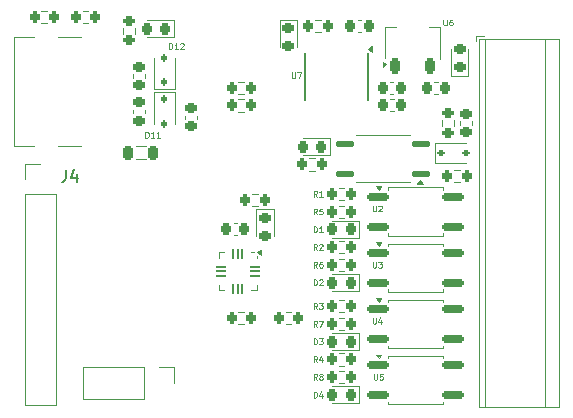
<source format=gbr>
%TF.GenerationSoftware,KiCad,Pcbnew,8.0.5*%
%TF.CreationDate,2024-10-20T23:26:53-04:00*%
%TF.ProjectId,Sequencer,53657175-656e-4636-9572-2e6b69636164,rev?*%
%TF.SameCoordinates,Original*%
%TF.FileFunction,Legend,Top*%
%TF.FilePolarity,Positive*%
%FSLAX46Y46*%
G04 Gerber Fmt 4.6, Leading zero omitted, Abs format (unit mm)*
G04 Created by KiCad (PCBNEW 8.0.5) date 2024-10-20 23:26:53*
%MOMM*%
%LPD*%
G01*
G04 APERTURE LIST*
G04 Aperture macros list*
%AMRoundRect*
0 Rectangle with rounded corners*
0 $1 Rounding radius*
0 $2 $3 $4 $5 $6 $7 $8 $9 X,Y pos of 4 corners*
0 Add a 4 corners polygon primitive as box body*
4,1,4,$2,$3,$4,$5,$6,$7,$8,$9,$2,$3,0*
0 Add four circle primitives for the rounded corners*
1,1,$1+$1,$2,$3*
1,1,$1+$1,$4,$5*
1,1,$1+$1,$6,$7*
1,1,$1+$1,$8,$9*
0 Add four rect primitives between the rounded corners*
20,1,$1+$1,$2,$3,$4,$5,0*
20,1,$1+$1,$4,$5,$6,$7,0*
20,1,$1+$1,$6,$7,$8,$9,0*
20,1,$1+$1,$8,$9,$2,$3,0*%
%AMFreePoly0*
4,1,14,0.334644,0.085355,0.385355,0.034644,0.400000,-0.000711,0.400000,-0.050000,0.385355,-0.085355,0.350000,-0.100000,-0.350000,-0.100000,-0.385355,-0.085355,-0.400000,-0.050000,-0.400000,0.050000,-0.385355,0.085355,-0.350000,0.100000,0.299289,0.100000,0.334644,0.085355,0.334644,0.085355,$1*%
%AMFreePoly1*
4,1,14,0.385355,0.085355,0.400000,0.050000,0.400000,0.000711,0.385355,-0.034644,0.334644,-0.085355,0.299289,-0.100000,-0.350000,-0.100000,-0.385355,-0.085355,-0.400000,-0.050000,-0.400000,0.050000,-0.385355,0.085355,-0.350000,0.100000,0.350000,0.100000,0.385355,0.085355,0.385355,0.085355,$1*%
%AMFreePoly2*
4,1,14,0.085355,0.385355,0.100000,0.350000,0.100000,-0.350000,0.085355,-0.385355,0.050000,-0.400000,-0.050000,-0.400000,-0.085355,-0.385355,-0.100000,-0.350000,-0.100000,0.299289,-0.085355,0.334644,-0.034644,0.385355,0.000711,0.400000,0.050000,0.400000,0.085355,0.385355,0.085355,0.385355,$1*%
%AMFreePoly3*
4,1,14,0.034644,0.385355,0.085355,0.334644,0.100000,0.299289,0.100000,-0.350000,0.085355,-0.385355,0.050000,-0.400000,-0.050000,-0.400000,-0.085355,-0.385355,-0.100000,-0.350000,-0.100000,0.350000,-0.085355,0.385355,-0.050000,0.400000,-0.000711,0.400000,0.034644,0.385355,0.034644,0.385355,$1*%
%AMFreePoly4*
4,1,14,0.385355,0.085355,0.400000,0.050000,0.400000,-0.050000,0.385355,-0.085355,0.350000,-0.100000,-0.299289,-0.100000,-0.334644,-0.085355,-0.385355,-0.034644,-0.400000,0.000711,-0.400000,0.050000,-0.385355,0.085355,-0.350000,0.100000,0.350000,0.100000,0.385355,0.085355,0.385355,0.085355,$1*%
%AMFreePoly5*
4,1,14,0.385355,0.085355,0.400000,0.050000,0.400000,-0.050000,0.385355,-0.085355,0.350000,-0.100000,-0.350000,-0.100000,-0.385355,-0.085355,-0.400000,-0.050000,-0.400000,-0.000711,-0.385355,0.034644,-0.334644,0.085355,-0.299289,0.100000,0.350000,0.100000,0.385355,0.085355,0.385355,0.085355,$1*%
%AMFreePoly6*
4,1,14,0.085355,0.385355,0.100000,0.350000,0.100000,-0.299289,0.085355,-0.334644,0.034644,-0.385355,-0.000711,-0.400000,-0.050000,-0.400000,-0.085355,-0.385355,-0.100000,-0.350000,-0.100000,0.350000,-0.085355,0.385355,-0.050000,0.400000,0.050000,0.400000,0.085355,0.385355,0.085355,0.385355,$1*%
%AMFreePoly7*
4,1,14,0.085355,0.385355,0.100000,0.350000,0.100000,-0.350000,0.085355,-0.385355,0.050000,-0.400000,0.000711,-0.400000,-0.034644,-0.385355,-0.085355,-0.334644,-0.100000,-0.299289,-0.100000,0.350000,-0.085355,0.385355,-0.050000,0.400000,0.050000,0.400000,0.085355,0.385355,0.085355,0.385355,$1*%
%AMFreePoly8*
4,1,9,3.862500,-0.866500,0.737500,-0.866500,0.737500,-0.450000,-0.737500,-0.450000,-0.737500,0.450000,0.737500,0.450000,0.737500,0.866500,3.862500,0.866500,3.862500,-0.866500,3.862500,-0.866500,$1*%
G04 Aperture macros list end*
%ADD10C,0.100000*%
%ADD11C,0.070000*%
%ADD12C,0.150000*%
%ADD13C,0.120000*%
%ADD14RoundRect,0.218750X-0.256250X0.218750X-0.256250X-0.218750X0.256250X-0.218750X0.256250X0.218750X0*%
%ADD15RoundRect,0.225000X-0.225000X-0.250000X0.225000X-0.250000X0.225000X0.250000X-0.225000X0.250000X0*%
%ADD16RoundRect,0.225000X0.225000X0.250000X-0.225000X0.250000X-0.225000X-0.250000X0.225000X-0.250000X0*%
%ADD17RoundRect,0.150000X-0.750000X-0.150000X0.750000X-0.150000X0.750000X0.150000X-0.750000X0.150000X0*%
%ADD18C,0.650000*%
%ADD19R,1.240000X0.600000*%
%ADD20R,1.240000X0.300000*%
%ADD21O,2.100000X1.000000*%
%ADD22O,1.800000X1.000000*%
%ADD23FreePoly0,270.000000*%
%ADD24RoundRect,0.050000X-0.050000X0.350000X-0.050000X-0.350000X0.050000X-0.350000X0.050000X0.350000X0*%
%ADD25FreePoly1,270.000000*%
%ADD26FreePoly2,270.000000*%
%ADD27RoundRect,0.050000X-0.350000X0.050000X-0.350000X-0.050000X0.350000X-0.050000X0.350000X0.050000X0*%
%ADD28FreePoly3,270.000000*%
%ADD29FreePoly4,270.000000*%
%ADD30FreePoly5,270.000000*%
%ADD31FreePoly6,270.000000*%
%ADD32FreePoly7,270.000000*%
%ADD33R,1.700000X1.700000*%
%ADD34RoundRect,0.200000X0.200000X0.275000X-0.200000X0.275000X-0.200000X-0.275000X0.200000X-0.275000X0*%
%ADD35RoundRect,0.200000X-0.200000X-0.275000X0.200000X-0.275000X0.200000X0.275000X-0.200000X0.275000X0*%
%ADD36RoundRect,0.137500X0.662500X0.137500X-0.662500X0.137500X-0.662500X-0.137500X0.662500X-0.137500X0*%
%ADD37RoundRect,0.225000X0.250000X-0.225000X0.250000X0.225000X-0.250000X0.225000X-0.250000X-0.225000X0*%
%ADD38RoundRect,0.112500X-0.112500X0.187500X-0.112500X-0.187500X0.112500X-0.187500X0.112500X0.187500X0*%
%ADD39RoundRect,0.218750X0.218750X0.256250X-0.218750X0.256250X-0.218750X-0.256250X0.218750X-0.256250X0*%
%ADD40RoundRect,0.218750X-0.218750X-0.381250X0.218750X-0.381250X0.218750X0.381250X-0.218750X0.381250X0*%
%ADD41RoundRect,0.225000X0.225000X-0.425000X0.225000X0.425000X-0.225000X0.425000X-0.225000X-0.425000X0*%
%ADD42FreePoly8,90.000000*%
%ADD43R,0.400000X1.200000*%
%ADD44RoundRect,0.200000X-0.275000X0.200000X-0.275000X-0.200000X0.275000X-0.200000X0.275000X0.200000X0*%
%ADD45O,1.700000X1.700000*%
%ADD46RoundRect,0.225000X-0.250000X0.225000X-0.250000X-0.225000X0.250000X-0.225000X0.250000X0.225000X0*%
%ADD47RoundRect,0.112500X-0.187500X-0.112500X0.187500X-0.112500X0.187500X0.112500X-0.187500X0.112500X0*%
%ADD48RoundRect,0.112500X0.112500X-0.187500X0.112500X0.187500X-0.112500X0.187500X-0.112500X-0.187500X0*%
%ADD49RoundRect,0.218750X0.256250X-0.218750X0.256250X0.218750X-0.256250X0.218750X-0.256250X-0.218750X0*%
%ADD50C,2.100000*%
%ADD51R,2.100000X2.100000*%
%ADD52C,0.600000*%
%ADD53C,5.560000*%
G04 APERTURE END LIST*
D10*
X163119047Y-75976109D02*
X163119047Y-76380871D01*
X163119047Y-76380871D02*
X163142857Y-76428490D01*
X163142857Y-76428490D02*
X163166666Y-76452300D01*
X163166666Y-76452300D02*
X163214285Y-76476109D01*
X163214285Y-76476109D02*
X163309523Y-76476109D01*
X163309523Y-76476109D02*
X163357142Y-76452300D01*
X163357142Y-76452300D02*
X163380952Y-76428490D01*
X163380952Y-76428490D02*
X163404761Y-76380871D01*
X163404761Y-76380871D02*
X163404761Y-75976109D01*
X163857143Y-76142776D02*
X163857143Y-76476109D01*
X163738095Y-75952300D02*
X163619048Y-76309442D01*
X163619048Y-76309442D02*
X163928571Y-76309442D01*
X163214047Y-80726109D02*
X163214047Y-81130871D01*
X163214047Y-81130871D02*
X163237857Y-81178490D01*
X163237857Y-81178490D02*
X163261666Y-81202300D01*
X163261666Y-81202300D02*
X163309285Y-81226109D01*
X163309285Y-81226109D02*
X163404523Y-81226109D01*
X163404523Y-81226109D02*
X163452142Y-81202300D01*
X163452142Y-81202300D02*
X163475952Y-81178490D01*
X163475952Y-81178490D02*
X163499761Y-81130871D01*
X163499761Y-81130871D02*
X163499761Y-80726109D01*
X163975952Y-80726109D02*
X163737857Y-80726109D01*
X163737857Y-80726109D02*
X163714048Y-80964204D01*
X163714048Y-80964204D02*
X163737857Y-80940395D01*
X163737857Y-80940395D02*
X163785476Y-80916585D01*
X163785476Y-80916585D02*
X163904524Y-80916585D01*
X163904524Y-80916585D02*
X163952143Y-80940395D01*
X163952143Y-80940395D02*
X163975952Y-80964204D01*
X163975952Y-80964204D02*
X163999762Y-81011823D01*
X163999762Y-81011823D02*
X163999762Y-81130871D01*
X163999762Y-81130871D02*
X163975952Y-81178490D01*
X163975952Y-81178490D02*
X163952143Y-81202300D01*
X163952143Y-81202300D02*
X163904524Y-81226109D01*
X163904524Y-81226109D02*
X163785476Y-81226109D01*
X163785476Y-81226109D02*
X163737857Y-81202300D01*
X163737857Y-81202300D02*
X163714048Y-81178490D01*
D11*
X158416666Y-71727669D02*
X158250000Y-71489574D01*
X158130952Y-71727669D02*
X158130952Y-71227669D01*
X158130952Y-71227669D02*
X158321428Y-71227669D01*
X158321428Y-71227669D02*
X158369047Y-71251479D01*
X158369047Y-71251479D02*
X158392857Y-71275288D01*
X158392857Y-71275288D02*
X158416666Y-71322907D01*
X158416666Y-71322907D02*
X158416666Y-71394336D01*
X158416666Y-71394336D02*
X158392857Y-71441955D01*
X158392857Y-71441955D02*
X158369047Y-71465764D01*
X158369047Y-71465764D02*
X158321428Y-71489574D01*
X158321428Y-71489574D02*
X158130952Y-71489574D01*
X158845238Y-71227669D02*
X158750000Y-71227669D01*
X158750000Y-71227669D02*
X158702381Y-71251479D01*
X158702381Y-71251479D02*
X158678571Y-71275288D01*
X158678571Y-71275288D02*
X158630952Y-71346717D01*
X158630952Y-71346717D02*
X158607143Y-71441955D01*
X158607143Y-71441955D02*
X158607143Y-71632431D01*
X158607143Y-71632431D02*
X158630952Y-71680050D01*
X158630952Y-71680050D02*
X158654762Y-71703860D01*
X158654762Y-71703860D02*
X158702381Y-71727669D01*
X158702381Y-71727669D02*
X158797619Y-71727669D01*
X158797619Y-71727669D02*
X158845238Y-71703860D01*
X158845238Y-71703860D02*
X158869047Y-71680050D01*
X158869047Y-71680050D02*
X158892857Y-71632431D01*
X158892857Y-71632431D02*
X158892857Y-71513383D01*
X158892857Y-71513383D02*
X158869047Y-71465764D01*
X158869047Y-71465764D02*
X158845238Y-71441955D01*
X158845238Y-71441955D02*
X158797619Y-71418145D01*
X158797619Y-71418145D02*
X158702381Y-71418145D01*
X158702381Y-71418145D02*
X158654762Y-71441955D01*
X158654762Y-71441955D02*
X158630952Y-71465764D01*
X158630952Y-71465764D02*
X158607143Y-71513383D01*
X143892857Y-60727669D02*
X143892857Y-60227669D01*
X143892857Y-60227669D02*
X144011905Y-60227669D01*
X144011905Y-60227669D02*
X144083333Y-60251479D01*
X144083333Y-60251479D02*
X144130952Y-60299098D01*
X144130952Y-60299098D02*
X144154762Y-60346717D01*
X144154762Y-60346717D02*
X144178571Y-60441955D01*
X144178571Y-60441955D02*
X144178571Y-60513383D01*
X144178571Y-60513383D02*
X144154762Y-60608621D01*
X144154762Y-60608621D02*
X144130952Y-60656240D01*
X144130952Y-60656240D02*
X144083333Y-60703860D01*
X144083333Y-60703860D02*
X144011905Y-60727669D01*
X144011905Y-60727669D02*
X143892857Y-60727669D01*
X144654762Y-60727669D02*
X144369048Y-60727669D01*
X144511905Y-60727669D02*
X144511905Y-60227669D01*
X144511905Y-60227669D02*
X144464286Y-60299098D01*
X144464286Y-60299098D02*
X144416667Y-60346717D01*
X144416667Y-60346717D02*
X144369048Y-60370526D01*
X145130952Y-60727669D02*
X144845238Y-60727669D01*
X144988095Y-60727669D02*
X144988095Y-60227669D01*
X144988095Y-60227669D02*
X144940476Y-60299098D01*
X144940476Y-60299098D02*
X144892857Y-60346717D01*
X144892857Y-60346717D02*
X144845238Y-60370526D01*
X158130952Y-78227669D02*
X158130952Y-77727669D01*
X158130952Y-77727669D02*
X158250000Y-77727669D01*
X158250000Y-77727669D02*
X158321428Y-77751479D01*
X158321428Y-77751479D02*
X158369047Y-77799098D01*
X158369047Y-77799098D02*
X158392857Y-77846717D01*
X158392857Y-77846717D02*
X158416666Y-77941955D01*
X158416666Y-77941955D02*
X158416666Y-78013383D01*
X158416666Y-78013383D02*
X158392857Y-78108621D01*
X158392857Y-78108621D02*
X158369047Y-78156240D01*
X158369047Y-78156240D02*
X158321428Y-78203860D01*
X158321428Y-78203860D02*
X158250000Y-78227669D01*
X158250000Y-78227669D02*
X158130952Y-78227669D01*
X158583333Y-77727669D02*
X158892857Y-77727669D01*
X158892857Y-77727669D02*
X158726190Y-77918145D01*
X158726190Y-77918145D02*
X158797619Y-77918145D01*
X158797619Y-77918145D02*
X158845238Y-77941955D01*
X158845238Y-77941955D02*
X158869047Y-77965764D01*
X158869047Y-77965764D02*
X158892857Y-78013383D01*
X158892857Y-78013383D02*
X158892857Y-78132431D01*
X158892857Y-78132431D02*
X158869047Y-78180050D01*
X158869047Y-78180050D02*
X158845238Y-78203860D01*
X158845238Y-78203860D02*
X158797619Y-78227669D01*
X158797619Y-78227669D02*
X158654762Y-78227669D01*
X158654762Y-78227669D02*
X158607143Y-78203860D01*
X158607143Y-78203860D02*
X158583333Y-78180050D01*
X158416666Y-65727669D02*
X158250000Y-65489574D01*
X158130952Y-65727669D02*
X158130952Y-65227669D01*
X158130952Y-65227669D02*
X158321428Y-65227669D01*
X158321428Y-65227669D02*
X158369047Y-65251479D01*
X158369047Y-65251479D02*
X158392857Y-65275288D01*
X158392857Y-65275288D02*
X158416666Y-65322907D01*
X158416666Y-65322907D02*
X158416666Y-65394336D01*
X158416666Y-65394336D02*
X158392857Y-65441955D01*
X158392857Y-65441955D02*
X158369047Y-65465764D01*
X158369047Y-65465764D02*
X158321428Y-65489574D01*
X158321428Y-65489574D02*
X158130952Y-65489574D01*
X158892857Y-65727669D02*
X158607143Y-65727669D01*
X158750000Y-65727669D02*
X158750000Y-65227669D01*
X158750000Y-65227669D02*
X158702381Y-65299098D01*
X158702381Y-65299098D02*
X158654762Y-65346717D01*
X158654762Y-65346717D02*
X158607143Y-65370526D01*
X169119047Y-50727669D02*
X169119047Y-51132431D01*
X169119047Y-51132431D02*
X169142857Y-51180050D01*
X169142857Y-51180050D02*
X169166666Y-51203860D01*
X169166666Y-51203860D02*
X169214285Y-51227669D01*
X169214285Y-51227669D02*
X169309523Y-51227669D01*
X169309523Y-51227669D02*
X169357142Y-51203860D01*
X169357142Y-51203860D02*
X169380952Y-51180050D01*
X169380952Y-51180050D02*
X169404761Y-51132431D01*
X169404761Y-51132431D02*
X169404761Y-50727669D01*
X169857143Y-50727669D02*
X169761905Y-50727669D01*
X169761905Y-50727669D02*
X169714286Y-50751479D01*
X169714286Y-50751479D02*
X169690476Y-50775288D01*
X169690476Y-50775288D02*
X169642857Y-50846717D01*
X169642857Y-50846717D02*
X169619048Y-50941955D01*
X169619048Y-50941955D02*
X169619048Y-51132431D01*
X169619048Y-51132431D02*
X169642857Y-51180050D01*
X169642857Y-51180050D02*
X169666667Y-51203860D01*
X169666667Y-51203860D02*
X169714286Y-51227669D01*
X169714286Y-51227669D02*
X169809524Y-51227669D01*
X169809524Y-51227669D02*
X169857143Y-51203860D01*
X169857143Y-51203860D02*
X169880952Y-51180050D01*
X169880952Y-51180050D02*
X169904762Y-51132431D01*
X169904762Y-51132431D02*
X169904762Y-51013383D01*
X169904762Y-51013383D02*
X169880952Y-50965764D01*
X169880952Y-50965764D02*
X169857143Y-50941955D01*
X169857143Y-50941955D02*
X169809524Y-50918145D01*
X169809524Y-50918145D02*
X169714286Y-50918145D01*
X169714286Y-50918145D02*
X169666667Y-50941955D01*
X169666667Y-50941955D02*
X169642857Y-50965764D01*
X169642857Y-50965764D02*
X169619048Y-51013383D01*
X158416666Y-81227669D02*
X158250000Y-80989574D01*
X158130952Y-81227669D02*
X158130952Y-80727669D01*
X158130952Y-80727669D02*
X158321428Y-80727669D01*
X158321428Y-80727669D02*
X158369047Y-80751479D01*
X158369047Y-80751479D02*
X158392857Y-80775288D01*
X158392857Y-80775288D02*
X158416666Y-80822907D01*
X158416666Y-80822907D02*
X158416666Y-80894336D01*
X158416666Y-80894336D02*
X158392857Y-80941955D01*
X158392857Y-80941955D02*
X158369047Y-80965764D01*
X158369047Y-80965764D02*
X158321428Y-80989574D01*
X158321428Y-80989574D02*
X158130952Y-80989574D01*
X158702381Y-80941955D02*
X158654762Y-80918145D01*
X158654762Y-80918145D02*
X158630952Y-80894336D01*
X158630952Y-80894336D02*
X158607143Y-80846717D01*
X158607143Y-80846717D02*
X158607143Y-80822907D01*
X158607143Y-80822907D02*
X158630952Y-80775288D01*
X158630952Y-80775288D02*
X158654762Y-80751479D01*
X158654762Y-80751479D02*
X158702381Y-80727669D01*
X158702381Y-80727669D02*
X158797619Y-80727669D01*
X158797619Y-80727669D02*
X158845238Y-80751479D01*
X158845238Y-80751479D02*
X158869047Y-80775288D01*
X158869047Y-80775288D02*
X158892857Y-80822907D01*
X158892857Y-80822907D02*
X158892857Y-80846717D01*
X158892857Y-80846717D02*
X158869047Y-80894336D01*
X158869047Y-80894336D02*
X158845238Y-80918145D01*
X158845238Y-80918145D02*
X158797619Y-80941955D01*
X158797619Y-80941955D02*
X158702381Y-80941955D01*
X158702381Y-80941955D02*
X158654762Y-80965764D01*
X158654762Y-80965764D02*
X158630952Y-80989574D01*
X158630952Y-80989574D02*
X158607143Y-81037193D01*
X158607143Y-81037193D02*
X158607143Y-81132431D01*
X158607143Y-81132431D02*
X158630952Y-81180050D01*
X158630952Y-81180050D02*
X158654762Y-81203860D01*
X158654762Y-81203860D02*
X158702381Y-81227669D01*
X158702381Y-81227669D02*
X158797619Y-81227669D01*
X158797619Y-81227669D02*
X158845238Y-81203860D01*
X158845238Y-81203860D02*
X158869047Y-81180050D01*
X158869047Y-81180050D02*
X158892857Y-81132431D01*
X158892857Y-81132431D02*
X158892857Y-81037193D01*
X158892857Y-81037193D02*
X158869047Y-80989574D01*
X158869047Y-80989574D02*
X158845238Y-80965764D01*
X158845238Y-80965764D02*
X158797619Y-80941955D01*
X156267111Y-55186983D02*
X156267111Y-55591745D01*
X156267111Y-55591745D02*
X156290921Y-55639364D01*
X156290921Y-55639364D02*
X156314730Y-55663174D01*
X156314730Y-55663174D02*
X156362349Y-55686983D01*
X156362349Y-55686983D02*
X156457587Y-55686983D01*
X156457587Y-55686983D02*
X156505206Y-55663174D01*
X156505206Y-55663174D02*
X156529016Y-55639364D01*
X156529016Y-55639364D02*
X156552825Y-55591745D01*
X156552825Y-55591745D02*
X156552825Y-55186983D01*
X156743302Y-55186983D02*
X157076635Y-55186983D01*
X157076635Y-55186983D02*
X156862350Y-55686983D01*
D12*
X137166666Y-63454819D02*
X137166666Y-64169104D01*
X137166666Y-64169104D02*
X137119047Y-64311961D01*
X137119047Y-64311961D02*
X137023809Y-64407200D01*
X137023809Y-64407200D02*
X136880952Y-64454819D01*
X136880952Y-64454819D02*
X136785714Y-64454819D01*
X138071428Y-63788152D02*
X138071428Y-64454819D01*
X137833333Y-63407200D02*
X137595238Y-64121485D01*
X137595238Y-64121485D02*
X138214285Y-64121485D01*
D11*
X158416666Y-76727669D02*
X158250000Y-76489574D01*
X158130952Y-76727669D02*
X158130952Y-76227669D01*
X158130952Y-76227669D02*
X158321428Y-76227669D01*
X158321428Y-76227669D02*
X158369047Y-76251479D01*
X158369047Y-76251479D02*
X158392857Y-76275288D01*
X158392857Y-76275288D02*
X158416666Y-76322907D01*
X158416666Y-76322907D02*
X158416666Y-76394336D01*
X158416666Y-76394336D02*
X158392857Y-76441955D01*
X158392857Y-76441955D02*
X158369047Y-76465764D01*
X158369047Y-76465764D02*
X158321428Y-76489574D01*
X158321428Y-76489574D02*
X158130952Y-76489574D01*
X158583333Y-76227669D02*
X158916666Y-76227669D01*
X158916666Y-76227669D02*
X158702381Y-76727669D01*
X158130952Y-68727669D02*
X158130952Y-68227669D01*
X158130952Y-68227669D02*
X158250000Y-68227669D01*
X158250000Y-68227669D02*
X158321428Y-68251479D01*
X158321428Y-68251479D02*
X158369047Y-68299098D01*
X158369047Y-68299098D02*
X158392857Y-68346717D01*
X158392857Y-68346717D02*
X158416666Y-68441955D01*
X158416666Y-68441955D02*
X158416666Y-68513383D01*
X158416666Y-68513383D02*
X158392857Y-68608621D01*
X158392857Y-68608621D02*
X158369047Y-68656240D01*
X158369047Y-68656240D02*
X158321428Y-68703860D01*
X158321428Y-68703860D02*
X158250000Y-68727669D01*
X158250000Y-68727669D02*
X158130952Y-68727669D01*
X158892857Y-68727669D02*
X158607143Y-68727669D01*
X158750000Y-68727669D02*
X158750000Y-68227669D01*
X158750000Y-68227669D02*
X158702381Y-68299098D01*
X158702381Y-68299098D02*
X158654762Y-68346717D01*
X158654762Y-68346717D02*
X158607143Y-68370526D01*
X158130952Y-82727669D02*
X158130952Y-82227669D01*
X158130952Y-82227669D02*
X158250000Y-82227669D01*
X158250000Y-82227669D02*
X158321428Y-82251479D01*
X158321428Y-82251479D02*
X158369047Y-82299098D01*
X158369047Y-82299098D02*
X158392857Y-82346717D01*
X158392857Y-82346717D02*
X158416666Y-82441955D01*
X158416666Y-82441955D02*
X158416666Y-82513383D01*
X158416666Y-82513383D02*
X158392857Y-82608621D01*
X158392857Y-82608621D02*
X158369047Y-82656240D01*
X158369047Y-82656240D02*
X158321428Y-82703860D01*
X158321428Y-82703860D02*
X158250000Y-82727669D01*
X158250000Y-82727669D02*
X158130952Y-82727669D01*
X158845238Y-82394336D02*
X158845238Y-82727669D01*
X158726190Y-82203860D02*
X158607143Y-82561002D01*
X158607143Y-82561002D02*
X158916666Y-82561002D01*
X158130952Y-73227669D02*
X158130952Y-72727669D01*
X158130952Y-72727669D02*
X158250000Y-72727669D01*
X158250000Y-72727669D02*
X158321428Y-72751479D01*
X158321428Y-72751479D02*
X158369047Y-72799098D01*
X158369047Y-72799098D02*
X158392857Y-72846717D01*
X158392857Y-72846717D02*
X158416666Y-72941955D01*
X158416666Y-72941955D02*
X158416666Y-73013383D01*
X158416666Y-73013383D02*
X158392857Y-73108621D01*
X158392857Y-73108621D02*
X158369047Y-73156240D01*
X158369047Y-73156240D02*
X158321428Y-73203860D01*
X158321428Y-73203860D02*
X158250000Y-73227669D01*
X158250000Y-73227669D02*
X158130952Y-73227669D01*
X158607143Y-72775288D02*
X158630952Y-72751479D01*
X158630952Y-72751479D02*
X158678571Y-72727669D01*
X158678571Y-72727669D02*
X158797619Y-72727669D01*
X158797619Y-72727669D02*
X158845238Y-72751479D01*
X158845238Y-72751479D02*
X158869047Y-72775288D01*
X158869047Y-72775288D02*
X158892857Y-72822907D01*
X158892857Y-72822907D02*
X158892857Y-72870526D01*
X158892857Y-72870526D02*
X158869047Y-72941955D01*
X158869047Y-72941955D02*
X158583333Y-73227669D01*
X158583333Y-73227669D02*
X158892857Y-73227669D01*
X158416666Y-67227669D02*
X158250000Y-66989574D01*
X158130952Y-67227669D02*
X158130952Y-66727669D01*
X158130952Y-66727669D02*
X158321428Y-66727669D01*
X158321428Y-66727669D02*
X158369047Y-66751479D01*
X158369047Y-66751479D02*
X158392857Y-66775288D01*
X158392857Y-66775288D02*
X158416666Y-66822907D01*
X158416666Y-66822907D02*
X158416666Y-66894336D01*
X158416666Y-66894336D02*
X158392857Y-66941955D01*
X158392857Y-66941955D02*
X158369047Y-66965764D01*
X158369047Y-66965764D02*
X158321428Y-66989574D01*
X158321428Y-66989574D02*
X158130952Y-66989574D01*
X158869047Y-66727669D02*
X158630952Y-66727669D01*
X158630952Y-66727669D02*
X158607143Y-66965764D01*
X158607143Y-66965764D02*
X158630952Y-66941955D01*
X158630952Y-66941955D02*
X158678571Y-66918145D01*
X158678571Y-66918145D02*
X158797619Y-66918145D01*
X158797619Y-66918145D02*
X158845238Y-66941955D01*
X158845238Y-66941955D02*
X158869047Y-66965764D01*
X158869047Y-66965764D02*
X158892857Y-67013383D01*
X158892857Y-67013383D02*
X158892857Y-67132431D01*
X158892857Y-67132431D02*
X158869047Y-67180050D01*
X158869047Y-67180050D02*
X158845238Y-67203860D01*
X158845238Y-67203860D02*
X158797619Y-67227669D01*
X158797619Y-67227669D02*
X158678571Y-67227669D01*
X158678571Y-67227669D02*
X158630952Y-67203860D01*
X158630952Y-67203860D02*
X158607143Y-67180050D01*
X158416666Y-70227669D02*
X158250000Y-69989574D01*
X158130952Y-70227669D02*
X158130952Y-69727669D01*
X158130952Y-69727669D02*
X158321428Y-69727669D01*
X158321428Y-69727669D02*
X158369047Y-69751479D01*
X158369047Y-69751479D02*
X158392857Y-69775288D01*
X158392857Y-69775288D02*
X158416666Y-69822907D01*
X158416666Y-69822907D02*
X158416666Y-69894336D01*
X158416666Y-69894336D02*
X158392857Y-69941955D01*
X158392857Y-69941955D02*
X158369047Y-69965764D01*
X158369047Y-69965764D02*
X158321428Y-69989574D01*
X158321428Y-69989574D02*
X158130952Y-69989574D01*
X158607143Y-69775288D02*
X158630952Y-69751479D01*
X158630952Y-69751479D02*
X158678571Y-69727669D01*
X158678571Y-69727669D02*
X158797619Y-69727669D01*
X158797619Y-69727669D02*
X158845238Y-69751479D01*
X158845238Y-69751479D02*
X158869047Y-69775288D01*
X158869047Y-69775288D02*
X158892857Y-69822907D01*
X158892857Y-69822907D02*
X158892857Y-69870526D01*
X158892857Y-69870526D02*
X158869047Y-69941955D01*
X158869047Y-69941955D02*
X158583333Y-70227669D01*
X158583333Y-70227669D02*
X158892857Y-70227669D01*
X145892857Y-53227669D02*
X145892857Y-52727669D01*
X145892857Y-52727669D02*
X146011905Y-52727669D01*
X146011905Y-52727669D02*
X146083333Y-52751479D01*
X146083333Y-52751479D02*
X146130952Y-52799098D01*
X146130952Y-52799098D02*
X146154762Y-52846717D01*
X146154762Y-52846717D02*
X146178571Y-52941955D01*
X146178571Y-52941955D02*
X146178571Y-53013383D01*
X146178571Y-53013383D02*
X146154762Y-53108621D01*
X146154762Y-53108621D02*
X146130952Y-53156240D01*
X146130952Y-53156240D02*
X146083333Y-53203860D01*
X146083333Y-53203860D02*
X146011905Y-53227669D01*
X146011905Y-53227669D02*
X145892857Y-53227669D01*
X146654762Y-53227669D02*
X146369048Y-53227669D01*
X146511905Y-53227669D02*
X146511905Y-52727669D01*
X146511905Y-52727669D02*
X146464286Y-52799098D01*
X146464286Y-52799098D02*
X146416667Y-52846717D01*
X146416667Y-52846717D02*
X146369048Y-52870526D01*
X146845238Y-52775288D02*
X146869047Y-52751479D01*
X146869047Y-52751479D02*
X146916666Y-52727669D01*
X146916666Y-52727669D02*
X147035714Y-52727669D01*
X147035714Y-52727669D02*
X147083333Y-52751479D01*
X147083333Y-52751479D02*
X147107142Y-52775288D01*
X147107142Y-52775288D02*
X147130952Y-52822907D01*
X147130952Y-52822907D02*
X147130952Y-52870526D01*
X147130952Y-52870526D02*
X147107142Y-52941955D01*
X147107142Y-52941955D02*
X146821428Y-53227669D01*
X146821428Y-53227669D02*
X147130952Y-53227669D01*
D10*
X163119047Y-66476109D02*
X163119047Y-66880871D01*
X163119047Y-66880871D02*
X163142857Y-66928490D01*
X163142857Y-66928490D02*
X163166666Y-66952300D01*
X163166666Y-66952300D02*
X163214285Y-66976109D01*
X163214285Y-66976109D02*
X163309523Y-66976109D01*
X163309523Y-66976109D02*
X163357142Y-66952300D01*
X163357142Y-66952300D02*
X163380952Y-66928490D01*
X163380952Y-66928490D02*
X163404761Y-66880871D01*
X163404761Y-66880871D02*
X163404761Y-66476109D01*
X163619048Y-66523728D02*
X163642857Y-66499919D01*
X163642857Y-66499919D02*
X163690476Y-66476109D01*
X163690476Y-66476109D02*
X163809524Y-66476109D01*
X163809524Y-66476109D02*
X163857143Y-66499919D01*
X163857143Y-66499919D02*
X163880952Y-66523728D01*
X163880952Y-66523728D02*
X163904762Y-66571347D01*
X163904762Y-66571347D02*
X163904762Y-66618966D01*
X163904762Y-66618966D02*
X163880952Y-66690395D01*
X163880952Y-66690395D02*
X163595238Y-66976109D01*
X163595238Y-66976109D02*
X163904762Y-66976109D01*
X163119047Y-71226109D02*
X163119047Y-71630871D01*
X163119047Y-71630871D02*
X163142857Y-71678490D01*
X163142857Y-71678490D02*
X163166666Y-71702300D01*
X163166666Y-71702300D02*
X163214285Y-71726109D01*
X163214285Y-71726109D02*
X163309523Y-71726109D01*
X163309523Y-71726109D02*
X163357142Y-71702300D01*
X163357142Y-71702300D02*
X163380952Y-71678490D01*
X163380952Y-71678490D02*
X163404761Y-71630871D01*
X163404761Y-71630871D02*
X163404761Y-71226109D01*
X163595238Y-71226109D02*
X163904762Y-71226109D01*
X163904762Y-71226109D02*
X163738095Y-71416585D01*
X163738095Y-71416585D02*
X163809524Y-71416585D01*
X163809524Y-71416585D02*
X163857143Y-71440395D01*
X163857143Y-71440395D02*
X163880952Y-71464204D01*
X163880952Y-71464204D02*
X163904762Y-71511823D01*
X163904762Y-71511823D02*
X163904762Y-71630871D01*
X163904762Y-71630871D02*
X163880952Y-71678490D01*
X163880952Y-71678490D02*
X163857143Y-71702300D01*
X163857143Y-71702300D02*
X163809524Y-71726109D01*
X163809524Y-71726109D02*
X163666667Y-71726109D01*
X163666667Y-71726109D02*
X163619048Y-71702300D01*
X163619048Y-71702300D02*
X163595238Y-71678490D01*
D11*
X158416666Y-75227669D02*
X158250000Y-74989574D01*
X158130952Y-75227669D02*
X158130952Y-74727669D01*
X158130952Y-74727669D02*
X158321428Y-74727669D01*
X158321428Y-74727669D02*
X158369047Y-74751479D01*
X158369047Y-74751479D02*
X158392857Y-74775288D01*
X158392857Y-74775288D02*
X158416666Y-74822907D01*
X158416666Y-74822907D02*
X158416666Y-74894336D01*
X158416666Y-74894336D02*
X158392857Y-74941955D01*
X158392857Y-74941955D02*
X158369047Y-74965764D01*
X158369047Y-74965764D02*
X158321428Y-74989574D01*
X158321428Y-74989574D02*
X158130952Y-74989574D01*
X158583333Y-74727669D02*
X158892857Y-74727669D01*
X158892857Y-74727669D02*
X158726190Y-74918145D01*
X158726190Y-74918145D02*
X158797619Y-74918145D01*
X158797619Y-74918145D02*
X158845238Y-74941955D01*
X158845238Y-74941955D02*
X158869047Y-74965764D01*
X158869047Y-74965764D02*
X158892857Y-75013383D01*
X158892857Y-75013383D02*
X158892857Y-75132431D01*
X158892857Y-75132431D02*
X158869047Y-75180050D01*
X158869047Y-75180050D02*
X158845238Y-75203860D01*
X158845238Y-75203860D02*
X158797619Y-75227669D01*
X158797619Y-75227669D02*
X158654762Y-75227669D01*
X158654762Y-75227669D02*
X158607143Y-75203860D01*
X158607143Y-75203860D02*
X158583333Y-75180050D01*
X158416666Y-79727669D02*
X158250000Y-79489574D01*
X158130952Y-79727669D02*
X158130952Y-79227669D01*
X158130952Y-79227669D02*
X158321428Y-79227669D01*
X158321428Y-79227669D02*
X158369047Y-79251479D01*
X158369047Y-79251479D02*
X158392857Y-79275288D01*
X158392857Y-79275288D02*
X158416666Y-79322907D01*
X158416666Y-79322907D02*
X158416666Y-79394336D01*
X158416666Y-79394336D02*
X158392857Y-79441955D01*
X158392857Y-79441955D02*
X158369047Y-79465764D01*
X158369047Y-79465764D02*
X158321428Y-79489574D01*
X158321428Y-79489574D02*
X158130952Y-79489574D01*
X158845238Y-79394336D02*
X158845238Y-79727669D01*
X158726190Y-79203860D02*
X158607143Y-79561002D01*
X158607143Y-79561002D02*
X158916666Y-79561002D01*
D13*
%TO.C,D9*%
X153265000Y-66802500D02*
X153265000Y-69087500D01*
X154735000Y-66802500D02*
X153265000Y-66802500D01*
X154735000Y-69087500D02*
X154735000Y-66802500D01*
%TO.C,C2*%
X164629420Y-57490000D02*
X164910580Y-57490000D01*
X164629420Y-58510000D02*
X164910580Y-58510000D01*
%TO.C,C4*%
X168640580Y-55990000D02*
X168359420Y-55990000D01*
X168640580Y-57010000D02*
X168359420Y-57010000D01*
%TO.C,U4*%
X164440000Y-74440000D02*
X164440000Y-74670000D01*
X164440000Y-78560000D02*
X164440000Y-78330000D01*
X166750000Y-74440000D02*
X164440000Y-74440000D01*
X166750000Y-74440000D02*
X169060000Y-74440000D01*
X166750000Y-78560000D02*
X164440000Y-78560000D01*
X166750000Y-78560000D02*
X169060000Y-78560000D01*
X169060000Y-74440000D02*
X169060000Y-74670000D01*
X169060000Y-78560000D02*
X169060000Y-78330000D01*
X163625000Y-74670000D02*
X163385000Y-74340000D01*
X163865000Y-74340000D01*
X163625000Y-74670000D01*
G36*
X163625000Y-74670000D02*
G01*
X163385000Y-74340000D01*
X163865000Y-74340000D01*
X163625000Y-74670000D01*
G37*
%TO.C,J3*%
X132790000Y-52240000D02*
X134495000Y-52240000D01*
X132790000Y-61400000D02*
X132790000Y-52240000D01*
X134495000Y-61400000D02*
X132790000Y-61400000D01*
X136505000Y-61400000D02*
X138425000Y-61400000D01*
X138425000Y-52240000D02*
X136505000Y-52240000D01*
%TO.C,U9*%
X150090000Y-70440000D02*
X150540000Y-70440000D01*
X150090000Y-70890000D02*
X150090000Y-70440000D01*
X150090000Y-73210000D02*
X150090000Y-73660000D01*
X150090000Y-73660000D02*
X150540000Y-73660000D01*
X152860000Y-70440000D02*
X153070000Y-70440000D01*
X153310000Y-70890000D02*
X153310000Y-70740000D01*
X153310000Y-73210000D02*
X153310000Y-73660000D01*
X153310000Y-73660000D02*
X152860000Y-73660000D01*
X153640000Y-70680000D02*
X153310000Y-70440000D01*
X153640000Y-70200000D01*
X153640000Y-70680000D01*
G36*
X153640000Y-70680000D02*
G01*
X153310000Y-70440000D01*
X153640000Y-70200000D01*
X153640000Y-70680000D01*
G37*
%TO.C,R20*%
X170487258Y-63477500D02*
X170012742Y-63477500D01*
X170487258Y-64522500D02*
X170012742Y-64522500D01*
%TO.C,C9*%
X151359420Y-67990000D02*
X151640580Y-67990000D01*
X151359420Y-69010000D02*
X151640580Y-69010000D01*
%TO.C,R19*%
X135087742Y-49977500D02*
X135562258Y-49977500D01*
X135087742Y-51022500D02*
X135562258Y-51022500D01*
%TO.C,U5*%
X164440000Y-79190000D02*
X164440000Y-79420000D01*
X164440000Y-83310000D02*
X164440000Y-83080000D01*
X166750000Y-79190000D02*
X164440000Y-79190000D01*
X166750000Y-79190000D02*
X169060000Y-79190000D01*
X166750000Y-83310000D02*
X164440000Y-83310000D01*
X166750000Y-83310000D02*
X169060000Y-83310000D01*
X169060000Y-79190000D02*
X169060000Y-79420000D01*
X169060000Y-83310000D02*
X169060000Y-83080000D01*
X163625000Y-79420000D02*
X163385000Y-79090000D01*
X163865000Y-79090000D01*
X163625000Y-79420000D01*
G36*
X163625000Y-79420000D02*
G01*
X163385000Y-79090000D01*
X163865000Y-79090000D01*
X163625000Y-79420000D01*
G37*
%TO.C,R17*%
X153412258Y-65477500D02*
X152937742Y-65477500D01*
X153412258Y-66522500D02*
X152937742Y-66522500D01*
%TO.C,U8*%
X164000000Y-60540000D02*
X161725000Y-60540000D01*
X164000000Y-60540000D02*
X166275000Y-60540000D01*
X164000000Y-64460000D02*
X161725000Y-64460000D01*
X164000000Y-64460000D02*
X166275000Y-64460000D01*
X167402500Y-64635000D02*
X166922500Y-64635000D01*
X167162500Y-64305000D01*
X167402500Y-64635000D01*
G36*
X167402500Y-64635000D02*
G01*
X166922500Y-64635000D01*
X167162500Y-64305000D01*
X167402500Y-64635000D01*
G37*
%TO.C,R6*%
X160262742Y-70977500D02*
X160737258Y-70977500D01*
X160262742Y-72022500D02*
X160737258Y-72022500D01*
%TO.C,C1*%
X142815000Y-55640580D02*
X142815000Y-55359420D01*
X143835000Y-55640580D02*
X143835000Y-55359420D01*
%TO.C,R18*%
X139062258Y-49977500D02*
X138587742Y-49977500D01*
X139062258Y-51022500D02*
X138587742Y-51022500D01*
%TO.C,D11*%
X144650000Y-56890000D02*
X144650000Y-59550000D01*
X146350000Y-56890000D02*
X144650000Y-56890000D01*
X146350000Y-56890000D02*
X146350000Y-59550000D01*
%TO.C,D3*%
X159700000Y-78735000D02*
X161985000Y-78735000D01*
X161985000Y-77265000D02*
X159700000Y-77265000D01*
X161985000Y-78735000D02*
X161985000Y-77265000D01*
%TO.C,R1*%
X160262742Y-64977500D02*
X160737258Y-64977500D01*
X160262742Y-66022500D02*
X160737258Y-66022500D01*
%TO.C,D8*%
X155265000Y-50727500D02*
X155265000Y-53012500D01*
X156735000Y-50727500D02*
X155265000Y-50727500D01*
X156735000Y-53012500D02*
X156735000Y-50727500D01*
%TO.C,FB1*%
X143100378Y-61440000D02*
X143899622Y-61440000D01*
X143100378Y-62560000D02*
X143899622Y-62560000D01*
%TO.C,D7*%
X157200000Y-62235000D02*
X159485000Y-62235000D01*
X159485000Y-60765000D02*
X157200000Y-60765000D01*
X159485000Y-62235000D02*
X159485000Y-60765000D01*
%TO.C,D6*%
X143987500Y-52235000D02*
X146272500Y-52235000D01*
X146272500Y-50765000D02*
X143987500Y-50765000D01*
X146272500Y-52235000D02*
X146272500Y-50765000D01*
%TO.C,U6*%
X164140000Y-53970000D02*
X164140000Y-51390000D01*
X165120000Y-51390000D02*
X164140000Y-51390000D01*
X167880000Y-51390000D02*
X168860000Y-51390000D01*
X168860000Y-51390000D02*
X168860000Y-54110000D01*
X164290000Y-54520000D02*
X163960000Y-54760000D01*
X163960000Y-54280000D01*
X164290000Y-54520000D01*
G36*
X164290000Y-54520000D02*
G01*
X163960000Y-54760000D01*
X163960000Y-54280000D01*
X164290000Y-54520000D01*
G37*
%TO.C,R16*%
X158737258Y-50727500D02*
X158262742Y-50727500D01*
X158737258Y-51772500D02*
X158262742Y-51772500D01*
%TO.C,R15*%
X157762742Y-62477500D02*
X158237258Y-62477500D01*
X157762742Y-63522500D02*
X158237258Y-63522500D01*
%TO.C,R8*%
X160262742Y-80477500D02*
X160737258Y-80477500D01*
X160262742Y-81522500D02*
X160737258Y-81522500D01*
%TO.C,R14*%
X152237258Y-57477500D02*
X151762742Y-57477500D01*
X152237258Y-58522500D02*
X151762742Y-58522500D01*
D12*
%TO.C,U7*%
X157359314Y-53559314D02*
X157359314Y-57559314D01*
X162759314Y-53559314D02*
X162759314Y-57559314D01*
D13*
X163089314Y-53449314D02*
X162759314Y-53209314D01*
X163089314Y-52969314D01*
X163089314Y-53449314D01*
G36*
X163089314Y-53449314D02*
G01*
X162759314Y-53209314D01*
X163089314Y-52969314D01*
X163089314Y-53449314D01*
G37*
%TO.C,R9*%
X168977500Y-59262742D02*
X168977500Y-59737258D01*
X170022500Y-59262742D02*
X170022500Y-59737258D01*
%TO.C,J4*%
X133670000Y-62930000D02*
X135000000Y-62930000D01*
X133670000Y-64260000D02*
X133670000Y-62930000D01*
X133670000Y-65530000D02*
X133670000Y-83370000D01*
X133670000Y-65530000D02*
X136330000Y-65530000D01*
X133670000Y-83370000D02*
X136330000Y-83370000D01*
X136330000Y-65530000D02*
X136330000Y-83370000D01*
%TO.C,R7*%
X160262742Y-75977500D02*
X160737258Y-75977500D01*
X160262742Y-77022500D02*
X160737258Y-77022500D01*
%TO.C,C5*%
X142815000Y-58359420D02*
X142815000Y-58640580D01*
X143835000Y-58359420D02*
X143835000Y-58640580D01*
%TO.C,D1*%
X159700000Y-69235000D02*
X161985000Y-69235000D01*
X161985000Y-67765000D02*
X159700000Y-67765000D01*
X161985000Y-69235000D02*
X161985000Y-67765000D01*
%TO.C,D4*%
X159700000Y-83235000D02*
X161985000Y-83235000D01*
X161985000Y-81765000D02*
X159700000Y-81765000D01*
X161985000Y-83235000D02*
X161985000Y-81765000D01*
%TO.C,C7*%
X162140580Y-50740000D02*
X161859420Y-50740000D01*
X162140580Y-51760000D02*
X161859420Y-51760000D01*
%TO.C,D5*%
X168390000Y-61150000D02*
X168390000Y-62850000D01*
X168390000Y-61150000D02*
X171050000Y-61150000D01*
X168390000Y-62850000D02*
X171050000Y-62850000D01*
%TO.C,D2*%
X159700000Y-73735000D02*
X161985000Y-73735000D01*
X161985000Y-72265000D02*
X159700000Y-72265000D01*
X161985000Y-73735000D02*
X161985000Y-72265000D01*
%TO.C,R5*%
X160262742Y-66477500D02*
X160737258Y-66477500D01*
X160262742Y-67522500D02*
X160737258Y-67522500D01*
%TO.C,R2*%
X160262742Y-69477500D02*
X160737258Y-69477500D01*
X160262742Y-70522500D02*
X160737258Y-70522500D01*
%TO.C,D12*%
X144650000Y-56610000D02*
X144650000Y-53950000D01*
X144650000Y-56610000D02*
X146350000Y-56610000D01*
X146350000Y-56610000D02*
X146350000Y-53950000D01*
%TO.C,R10*%
X141977500Y-51437742D02*
X141977500Y-51912258D01*
X143022500Y-51437742D02*
X143022500Y-51912258D01*
%TO.C,U2*%
X164440000Y-64940000D02*
X164440000Y-65170000D01*
X164440000Y-69060000D02*
X164440000Y-68830000D01*
X166750000Y-64940000D02*
X164440000Y-64940000D01*
X166750000Y-64940000D02*
X169060000Y-64940000D01*
X166750000Y-69060000D02*
X164440000Y-69060000D01*
X166750000Y-69060000D02*
X169060000Y-69060000D01*
X169060000Y-64940000D02*
X169060000Y-65170000D01*
X169060000Y-69060000D02*
X169060000Y-68830000D01*
X163625000Y-65170000D02*
X163385000Y-64840000D01*
X163865000Y-64840000D01*
X163625000Y-65170000D01*
G36*
X163625000Y-65170000D02*
G01*
X163385000Y-64840000D01*
X163865000Y-64840000D01*
X163625000Y-65170000D01*
G37*
%TO.C,C3*%
X164604420Y-55990000D02*
X164885580Y-55990000D01*
X164604420Y-57010000D02*
X164885580Y-57010000D01*
%TO.C,D10*%
X169765000Y-53200000D02*
X169765000Y-55485000D01*
X169765000Y-55485000D02*
X171235000Y-55485000D01*
X171235000Y-55485000D02*
X171235000Y-53200000D01*
%TO.C,C8*%
X147214962Y-59140580D02*
X147214962Y-58859420D01*
X148234962Y-59140580D02*
X148234962Y-58859420D01*
%TO.C,R11*%
X156237258Y-75477500D02*
X155762742Y-75477500D01*
X156237258Y-76522500D02*
X155762742Y-76522500D01*
%TO.C,J2*%
X138590000Y-80170000D02*
X138590000Y-82830000D01*
X143730000Y-80170000D02*
X138590000Y-80170000D01*
X143730000Y-80170000D02*
X143730000Y-82830000D01*
X143730000Y-82830000D02*
X138590000Y-82830000D01*
X145000000Y-80170000D02*
X146330000Y-80170000D01*
X146330000Y-80170000D02*
X146330000Y-81500000D01*
%TO.C,R13*%
X152237258Y-55977500D02*
X151762742Y-55977500D01*
X152237258Y-57022500D02*
X151762742Y-57022500D01*
%TO.C,J1*%
X178870000Y-83560000D02*
X172130000Y-83560000D01*
X178870000Y-52380000D02*
X178870000Y-83560000D01*
X178870000Y-52380000D02*
X172130000Y-52380000D01*
X177750000Y-52380000D02*
X177750000Y-83560000D01*
X172650000Y-52380000D02*
X172650000Y-83560000D01*
X172530000Y-52140000D02*
X171890000Y-52140000D01*
X172130000Y-52380000D02*
X172130000Y-83560000D01*
X171890000Y-52140000D02*
X171890000Y-52540000D01*
%TO.C,R12*%
X152237258Y-75477500D02*
X151762742Y-75477500D01*
X152237258Y-76522500D02*
X151762742Y-76522500D01*
%TO.C,U3*%
X164440000Y-69690000D02*
X164440000Y-69920000D01*
X164440000Y-73810000D02*
X164440000Y-73580000D01*
X166750000Y-69690000D02*
X164440000Y-69690000D01*
X166750000Y-69690000D02*
X169060000Y-69690000D01*
X166750000Y-73810000D02*
X164440000Y-73810000D01*
X166750000Y-73810000D02*
X169060000Y-73810000D01*
X169060000Y-69690000D02*
X169060000Y-69920000D01*
X169060000Y-73810000D02*
X169060000Y-73580000D01*
X163625000Y-69920000D02*
X163385000Y-69590000D01*
X163865000Y-69590000D01*
X163625000Y-69920000D01*
G36*
X163625000Y-69920000D02*
G01*
X163385000Y-69590000D01*
X163865000Y-69590000D01*
X163625000Y-69920000D01*
G37*
%TO.C,R3*%
X160262742Y-74477500D02*
X160737258Y-74477500D01*
X160262742Y-75522500D02*
X160737258Y-75522500D01*
%TO.C,R4*%
X160262742Y-78977500D02*
X160737258Y-78977500D01*
X160262742Y-80022500D02*
X160737258Y-80022500D01*
%TO.C,C6*%
X170490000Y-59359420D02*
X170490000Y-59640580D01*
X171510000Y-59359420D02*
X171510000Y-59640580D01*
%TD*%
%LPC*%
D14*
%TO.C,D9*%
X154000000Y-67500000D03*
X154000000Y-69075000D03*
%TD*%
D15*
%TO.C,C2*%
X163995000Y-58000000D03*
X165545000Y-58000000D03*
%TD*%
D16*
%TO.C,C4*%
X169275000Y-56500000D03*
X167725000Y-56500000D03*
%TD*%
D17*
%TO.C,U4*%
X163600000Y-75230000D03*
X163600000Y-77770000D03*
X169900000Y-77770000D03*
X169900000Y-75230000D03*
%TD*%
D18*
%TO.C,J3*%
X139180000Y-53930000D03*
X139180000Y-59710000D03*
D19*
X140300000Y-53620000D03*
X140300000Y-54420000D03*
D20*
X140300000Y-55570000D03*
X140300000Y-56570000D03*
X140300000Y-57070000D03*
X140300000Y-58070000D03*
D19*
X140300000Y-59220000D03*
X140300000Y-60020000D03*
X140300000Y-60020000D03*
X140300000Y-59220000D03*
D20*
X140300000Y-58570000D03*
X140300000Y-57570000D03*
X140300000Y-56070000D03*
X140300000Y-55070000D03*
D19*
X140300000Y-54420000D03*
X140300000Y-53620000D03*
D21*
X139700000Y-52500000D03*
D22*
X135500000Y-52500000D03*
D21*
X139700000Y-61140000D03*
D22*
X135500000Y-61140000D03*
%TD*%
D23*
%TO.C,U9*%
X152500000Y-70600000D03*
D24*
X152100000Y-70600000D03*
X151700000Y-70600000D03*
X151300000Y-70600000D03*
D25*
X150900000Y-70600000D03*
D26*
X150250000Y-71250000D03*
D27*
X150250000Y-71650000D03*
X150250000Y-72050000D03*
X150250000Y-72450000D03*
D28*
X150250000Y-72850000D03*
D29*
X150900000Y-73500000D03*
D24*
X151300000Y-73500000D03*
X151700000Y-73500000D03*
X152100000Y-73500000D03*
D30*
X152500000Y-73500000D03*
D31*
X153150000Y-72850000D03*
D27*
X153150000Y-72450000D03*
X153150000Y-72050000D03*
X153150000Y-71650000D03*
D32*
X153150000Y-71250000D03*
D33*
X151700000Y-72050000D03*
%TD*%
D34*
%TO.C,R20*%
X171075000Y-64000000D03*
X169425000Y-64000000D03*
%TD*%
D15*
%TO.C,C9*%
X150725000Y-68500000D03*
X152275000Y-68500000D03*
%TD*%
D35*
%TO.C,R19*%
X134500000Y-50500000D03*
X136150000Y-50500000D03*
%TD*%
D17*
%TO.C,U5*%
X163600000Y-79980000D03*
X163600000Y-82520000D03*
X169900000Y-82520000D03*
X169900000Y-79980000D03*
%TD*%
D34*
%TO.C,R17*%
X154000000Y-66000000D03*
X152350000Y-66000000D03*
%TD*%
D36*
%TO.C,U8*%
X167250000Y-63770000D03*
X167250000Y-61230000D03*
X160750000Y-61230000D03*
X160750000Y-63770000D03*
%TD*%
D35*
%TO.C,R6*%
X159675000Y-71500000D03*
X161325000Y-71500000D03*
%TD*%
D37*
%TO.C,C1*%
X143325000Y-56275000D03*
X143325000Y-54725000D03*
%TD*%
D34*
%TO.C,R18*%
X139650000Y-50500000D03*
X138000000Y-50500000D03*
%TD*%
D38*
%TO.C,D11*%
X145500000Y-57450000D03*
X145500000Y-59550000D03*
%TD*%
D39*
%TO.C,D3*%
X161287500Y-78000000D03*
X159712500Y-78000000D03*
%TD*%
D35*
%TO.C,R1*%
X159675000Y-65500000D03*
X161325000Y-65500000D03*
%TD*%
D14*
%TO.C,D8*%
X156000000Y-51425000D03*
X156000000Y-53000000D03*
%TD*%
D40*
%TO.C,FB1*%
X142437500Y-62000000D03*
X144562500Y-62000000D03*
%TD*%
D39*
%TO.C,D7*%
X158787500Y-61500000D03*
X157212500Y-61500000D03*
%TD*%
%TO.C,D6*%
X145575000Y-51500000D03*
X144000000Y-51500000D03*
%TD*%
D41*
%TO.C,U6*%
X165000000Y-54700000D03*
D42*
X166500000Y-54612500D03*
D41*
X168000000Y-54700000D03*
%TD*%
D34*
%TO.C,R16*%
X159325000Y-51250000D03*
X157675000Y-51250000D03*
%TD*%
D35*
%TO.C,R15*%
X157175000Y-63000000D03*
X158825000Y-63000000D03*
%TD*%
%TO.C,R8*%
X159675000Y-81000000D03*
X161325000Y-81000000D03*
%TD*%
D34*
%TO.C,R14*%
X152825000Y-58000000D03*
X151175000Y-58000000D03*
%TD*%
D43*
%TO.C,U7*%
X162281814Y-52959314D03*
X161646814Y-52959314D03*
X161011814Y-52959314D03*
X160376814Y-52959314D03*
X159741814Y-52959314D03*
X159106814Y-52959314D03*
X158471814Y-52959314D03*
X157836814Y-52959314D03*
X157836814Y-58159314D03*
X158471814Y-58159314D03*
X159106814Y-58159314D03*
X159741814Y-58159314D03*
X160376814Y-58159314D03*
X161011814Y-58159314D03*
X161646814Y-58159314D03*
X162281814Y-58159314D03*
%TD*%
D44*
%TO.C,R9*%
X169500000Y-58675000D03*
X169500000Y-60325000D03*
%TD*%
D33*
%TO.C,J4*%
X135000000Y-64260000D03*
D45*
X135000000Y-66800000D03*
X135000000Y-69340000D03*
X135000000Y-71880000D03*
X135000000Y-74420000D03*
X135000000Y-76960000D03*
X135000000Y-79500000D03*
X135000000Y-82040000D03*
%TD*%
D35*
%TO.C,R7*%
X159675000Y-76500000D03*
X161325000Y-76500000D03*
%TD*%
D46*
%TO.C,C5*%
X143325000Y-57725000D03*
X143325000Y-59275000D03*
%TD*%
D39*
%TO.C,D1*%
X161287500Y-68500000D03*
X159712500Y-68500000D03*
%TD*%
%TO.C,D4*%
X161287500Y-82500000D03*
X159712500Y-82500000D03*
%TD*%
D16*
%TO.C,C7*%
X162775000Y-51250000D03*
X161225000Y-51250000D03*
%TD*%
D47*
%TO.C,D5*%
X168950000Y-62000000D03*
X171050000Y-62000000D03*
%TD*%
D39*
%TO.C,D2*%
X161287500Y-73000000D03*
X159712500Y-73000000D03*
%TD*%
D35*
%TO.C,R5*%
X159675000Y-67000000D03*
X161325000Y-67000000D03*
%TD*%
%TO.C,R2*%
X159675000Y-70000000D03*
X161325000Y-70000000D03*
%TD*%
D48*
%TO.C,D12*%
X145500000Y-56050000D03*
X145500000Y-53950000D03*
%TD*%
D44*
%TO.C,R10*%
X142500000Y-50850000D03*
X142500000Y-52500000D03*
%TD*%
D17*
%TO.C,U2*%
X163600000Y-65730000D03*
X163600000Y-68270000D03*
X169900000Y-68270000D03*
X169900000Y-65730000D03*
%TD*%
D15*
%TO.C,C3*%
X163970000Y-56500000D03*
X165520000Y-56500000D03*
%TD*%
D49*
%TO.C,D10*%
X170500000Y-54787500D03*
X170500000Y-53212500D03*
%TD*%
D37*
%TO.C,C8*%
X147724962Y-59775000D03*
X147724962Y-58225000D03*
%TD*%
D34*
%TO.C,R11*%
X156825000Y-76000000D03*
X155175000Y-76000000D03*
%TD*%
D33*
%TO.C,J2*%
X145000000Y-81500000D03*
D45*
X142460000Y-81500000D03*
X139920000Y-81500000D03*
%TD*%
D34*
%TO.C,R13*%
X152825000Y-56500000D03*
X151175000Y-56500000D03*
%TD*%
D50*
%TO.C,J1*%
X175500000Y-81940000D03*
X175500000Y-79400000D03*
X175500000Y-76860000D03*
X175500000Y-74320000D03*
X175500000Y-71780000D03*
X175500000Y-69240000D03*
X175500000Y-66700000D03*
X175500000Y-64160000D03*
X175500000Y-61620000D03*
X175500000Y-59080000D03*
X175500000Y-56540000D03*
D51*
X175500000Y-54000000D03*
%TD*%
D34*
%TO.C,R12*%
X152825000Y-76000000D03*
X151175000Y-76000000D03*
%TD*%
D17*
%TO.C,U3*%
X163600000Y-70480000D03*
X163600000Y-73020000D03*
X169900000Y-73020000D03*
X169900000Y-70480000D03*
%TD*%
D35*
%TO.C,R3*%
X159675000Y-75000000D03*
X161325000Y-75000000D03*
%TD*%
%TO.C,R4*%
X159675000Y-79500000D03*
X161325000Y-79500000D03*
%TD*%
D46*
%TO.C,C6*%
X171000000Y-58725000D03*
X171000000Y-60275000D03*
%TD*%
D52*
X145500000Y-60500000D03*
X163600000Y-67500000D03*
X166500000Y-50250000D03*
X165000000Y-51000000D03*
X160750000Y-62500000D03*
X168000000Y-51000000D03*
X151760960Y-69454280D03*
X154500000Y-80500000D03*
X168000000Y-53250000D03*
X143325000Y-60500000D03*
X163600000Y-77000000D03*
X145500000Y-53000000D03*
X166500000Y-55850626D03*
X160376814Y-59209314D03*
X166500000Y-58000000D03*
X149000000Y-58225000D03*
X152425000Y-64500000D03*
X165000000Y-51750000D03*
D53*
X151000000Y-80500000D03*
D52*
X165000000Y-52500000D03*
X163505000Y-72250000D03*
X160500000Y-51250000D03*
X147000000Y-51500000D03*
X165750000Y-50250000D03*
X168000000Y-52500000D03*
X168000000Y-51750000D03*
X165000000Y-53250000D03*
X163500000Y-81750000D03*
X167250000Y-50250000D03*
X143325000Y-53500000D03*
D53*
X151000000Y-52750000D03*
D52*
X154366600Y-60000000D03*
X157000000Y-60000000D03*
X156000000Y-74576200D03*
X156000000Y-71473800D03*
X161011814Y-56357200D03*
X161011814Y-54500000D03*
X154891987Y-56051301D03*
X157000000Y-58159314D03*
X141944069Y-57624461D03*
X141919608Y-55900000D03*
X157000000Y-74131000D03*
X157000000Y-71473800D03*
X150000000Y-74500000D03*
X151500000Y-74500000D03*
X155017565Y-74576200D03*
X155017565Y-70667565D03*
%LPD*%
M02*

</source>
